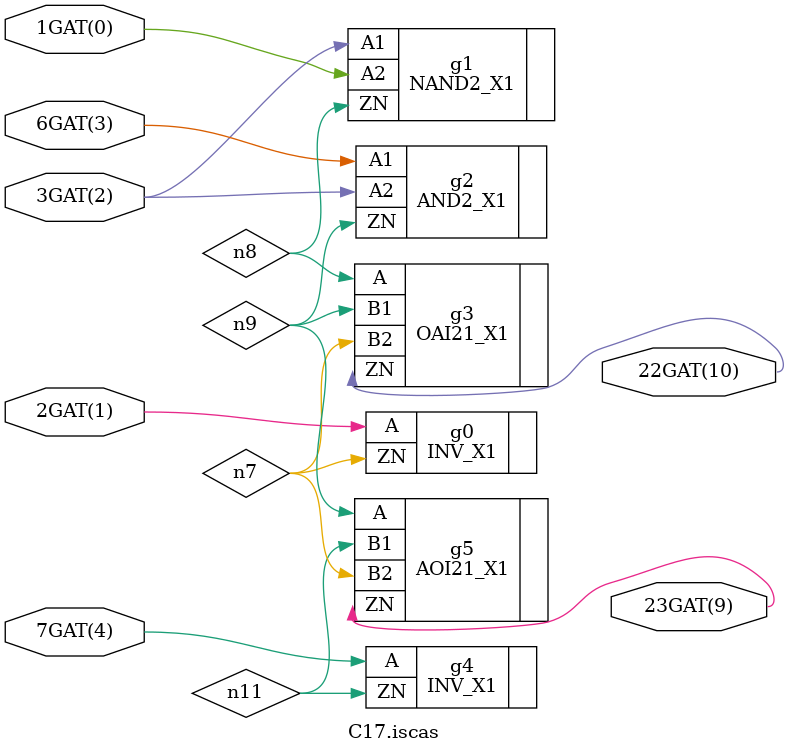
<source format=v>

module C17.iscas ( 
    \1GAT(0) , \2GAT(1) , \3GAT(2) , \6GAT(3) , \7GAT(4) ,
    \22GAT(10) , \23GAT(9)   );
  input  \1GAT(0) , \2GAT(1) , \3GAT(2) , \6GAT(3) , \7GAT(4) ;
  output \22GAT(10) , \23GAT(9) ;
  wire n7, n8, n9, n11;
  INV_X1    g0(.A(\2GAT(1) ), .ZN(n7));
  NAND2_X1  g1(.A1(\3GAT(2) ), .A2(\1GAT(0) ), .ZN(n8));
  AND2_X1   g2(.A1(\6GAT(3) ), .A2(\3GAT(2) ), .ZN(n9));
  OAI21_X1  g3(.A(n8), .B1(n9), .B2(n7), .ZN(\22GAT(10) ));
  INV_X1    g4(.A(\7GAT(4) ), .ZN(n11));
  AOI21_X1  g5(.A(n9), .B1(n11), .B2(n7), .ZN(\23GAT(9) ));
endmodule



</source>
